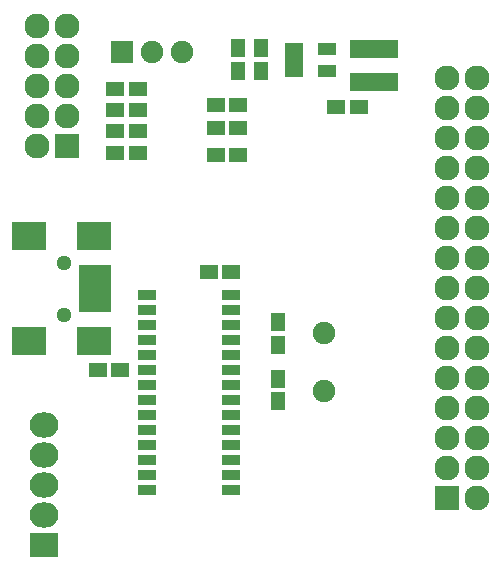
<source format=gts>
G04 #@! TF.FileFunction,Soldermask,Top*
%FSLAX46Y46*%
G04 Gerber Fmt 4.6, Leading zero omitted, Abs format (unit mm)*
G04 Created by KiCad (PCBNEW 4.0.0-rc1-stable) date 06/12/2015 04:25:02 p.m.*
%MOMM*%
G01*
G04 APERTURE LIST*
%ADD10C,0.100000*%
%ADD11R,1.150000X1.600000*%
%ADD12R,1.600000X1.150000*%
%ADD13R,2.432000X2.127200*%
%ADD14O,2.432000X2.127200*%
%ADD15R,2.701240X0.900380*%
%ADD16R,2.899360X2.398980*%
%ADD17C,1.299160*%
%ADD18R,2.127200X2.127200*%
%ADD19O,2.127200X2.127200*%
%ADD20C,1.910000*%
%ADD21R,1.910000X1.910000*%
%ADD22R,1.543000X0.908000*%
%ADD23R,1.500000X1.000000*%
%ADD24C,1.901140*%
%ADD25R,4.100000X1.600000*%
G04 APERTURE END LIST*
D10*
D11*
X159700000Y-92850000D03*
X159700000Y-90950000D03*
X159700000Y-95750000D03*
X159700000Y-97650000D03*
D12*
X146350000Y-95000000D03*
X144450000Y-95000000D03*
X155750000Y-86700000D03*
X153850000Y-86700000D03*
D11*
X156300000Y-67750000D03*
X156300000Y-69650000D03*
D12*
X156350000Y-74500000D03*
X154450000Y-74500000D03*
X166550000Y-72700000D03*
X164650000Y-72700000D03*
D13*
X139900000Y-109800000D03*
D14*
X139900000Y-107260000D03*
X139900000Y-104720000D03*
X139900000Y-102180000D03*
X139900000Y-99640000D03*
D15*
X144249320Y-86499800D03*
X144249320Y-87299900D03*
X144249320Y-88100000D03*
X144249320Y-88900100D03*
X144249320Y-89700200D03*
D16*
X144150260Y-83649920D03*
X138651160Y-83649920D03*
X144150260Y-92550080D03*
X138651160Y-92550080D03*
D17*
X141650900Y-85900360D03*
X141650900Y-90299640D03*
D18*
X174000000Y-105800000D03*
D19*
X176540000Y-105800000D03*
X174000000Y-103260000D03*
X176540000Y-103260000D03*
X174000000Y-100720000D03*
X176540000Y-100720000D03*
X174000000Y-98180000D03*
X176540000Y-98180000D03*
X174000000Y-95640000D03*
X176540000Y-95640000D03*
X174000000Y-93100000D03*
X176540000Y-93100000D03*
X174000000Y-90560000D03*
X176540000Y-90560000D03*
X174000000Y-88020000D03*
X176540000Y-88020000D03*
X174000000Y-85480000D03*
X176540000Y-85480000D03*
X174000000Y-82940000D03*
X176540000Y-82940000D03*
X174000000Y-80400000D03*
X176540000Y-80400000D03*
X174000000Y-77860000D03*
X176540000Y-77860000D03*
X174000000Y-75320000D03*
X176540000Y-75320000D03*
X174000000Y-72780000D03*
X176540000Y-72780000D03*
X174000000Y-70240000D03*
X176540000Y-70240000D03*
D18*
X141900000Y-76000000D03*
D19*
X139360000Y-76000000D03*
X141900000Y-73460000D03*
X139360000Y-73460000D03*
X141900000Y-70920000D03*
X139360000Y-70920000D03*
X141900000Y-68380000D03*
X139360000Y-68380000D03*
X141900000Y-65840000D03*
X139360000Y-65840000D03*
D11*
X158300000Y-67750000D03*
X158300000Y-69650000D03*
D12*
X145950000Y-76600000D03*
X147850000Y-76600000D03*
X145950000Y-74800000D03*
X147850000Y-74800000D03*
X156350000Y-72600000D03*
X154450000Y-72600000D03*
X145950000Y-73000000D03*
X147850000Y-73000000D03*
X145950000Y-71200000D03*
X147850000Y-71200000D03*
X156350000Y-76800000D03*
X154450000Y-76800000D03*
D20*
X151580000Y-68100000D03*
D21*
X146500000Y-68100000D03*
D20*
X149040000Y-68100000D03*
D22*
X155756000Y-105155000D03*
X155756000Y-103885000D03*
X155756000Y-102615000D03*
X155756000Y-101345000D03*
X155756000Y-100075000D03*
X155756000Y-98805000D03*
X155756000Y-97535000D03*
X155756000Y-96265000D03*
X155756000Y-94995000D03*
X155756000Y-93725000D03*
X155756000Y-92455000D03*
X155756000Y-91185000D03*
X155756000Y-89915000D03*
X155756000Y-88645000D03*
X148644000Y-88645000D03*
X148644000Y-89915000D03*
X148644000Y-91185000D03*
X148644000Y-92455000D03*
X148644000Y-93725000D03*
X148644000Y-94995000D03*
X148644000Y-96265000D03*
X148644000Y-97535000D03*
X148644000Y-98805000D03*
X148644000Y-100075000D03*
X148644000Y-101345000D03*
X148644000Y-102615000D03*
X148644000Y-103885000D03*
X148644000Y-105155000D03*
D23*
X163850000Y-67800000D03*
X163850000Y-69700000D03*
X161050000Y-67800000D03*
X161050000Y-68750000D03*
X161050000Y-69700000D03*
D24*
X163600000Y-96740940D03*
X163600000Y-91859060D03*
D25*
X167860000Y-67800000D03*
X167860000Y-70600000D03*
M02*

</source>
